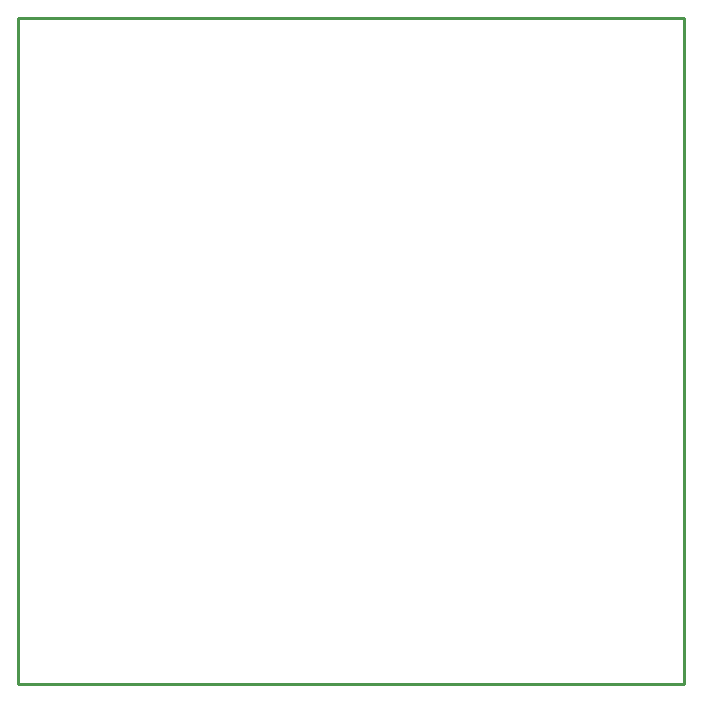
<source format=gko>
G04*
G04 #@! TF.GenerationSoftware,Altium Limited,Altium Designer,22.7.1 (60)*
G04*
G04 Layer_Color=16711935*
%FSLAX25Y25*%
%MOIN*%
G70*
G04*
G04 #@! TF.SameCoordinates,BF298F06-0039-4E40-975A-608DE0A09416*
G04*
G04*
G04 #@! TF.FilePolarity,Positive*
G04*
G01*
G75*
%ADD10C,0.01000*%
D10*
X222000Y0D02*
Y222000D01*
X0D02*
X222000D01*
X0Y0D02*
Y222000D01*
Y0D02*
X222000D01*
M02*

</source>
